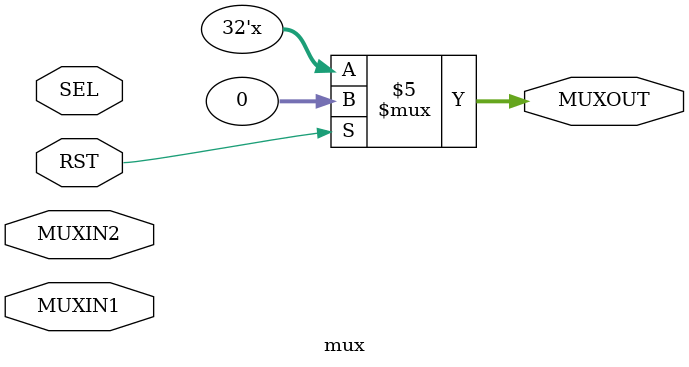
<source format=v>
module mux(MUXIN1, MUXIN2, MUXOUT, SEL, RST);

input RST;
input SEL;
input [31:0] MUXIN1;
input [31:0] MUXIN2;

output reg [31:0] MUXOUT;

always @(*) begin
    if(RST == 1) begin
        MUXIN1 = 32'b0; 
        MUXIN2 = 32'b0; 
        MUXOUT = 32'b0; 
    end
        else

        MUXOUT = SEL ? MUXIN2 : MUXIN1;

        
end

endmodule
</source>
